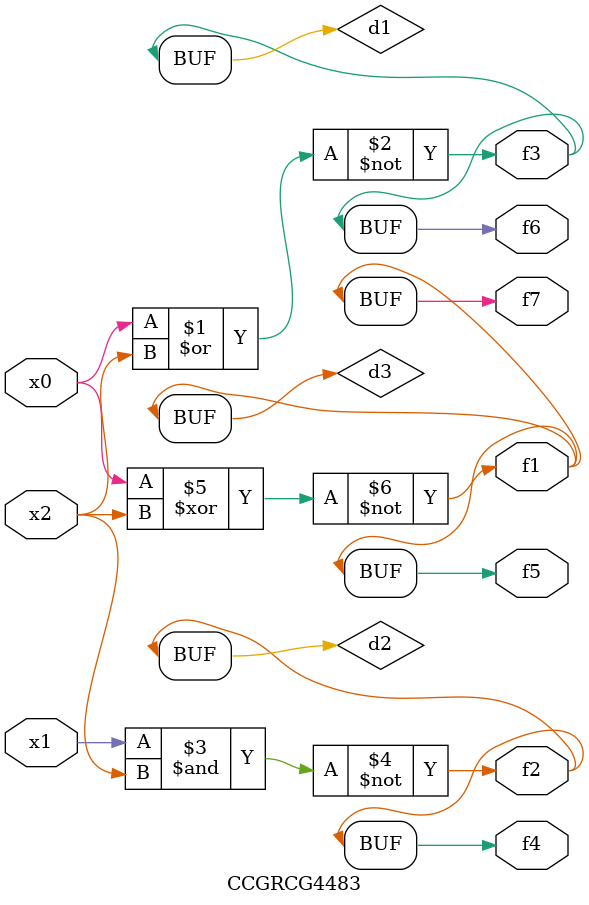
<source format=v>
module CCGRCG4483(
	input x0, x1, x2,
	output f1, f2, f3, f4, f5, f6, f7
);

	wire d1, d2, d3;

	nor (d1, x0, x2);
	nand (d2, x1, x2);
	xnor (d3, x0, x2);
	assign f1 = d3;
	assign f2 = d2;
	assign f3 = d1;
	assign f4 = d2;
	assign f5 = d3;
	assign f6 = d1;
	assign f7 = d3;
endmodule

</source>
